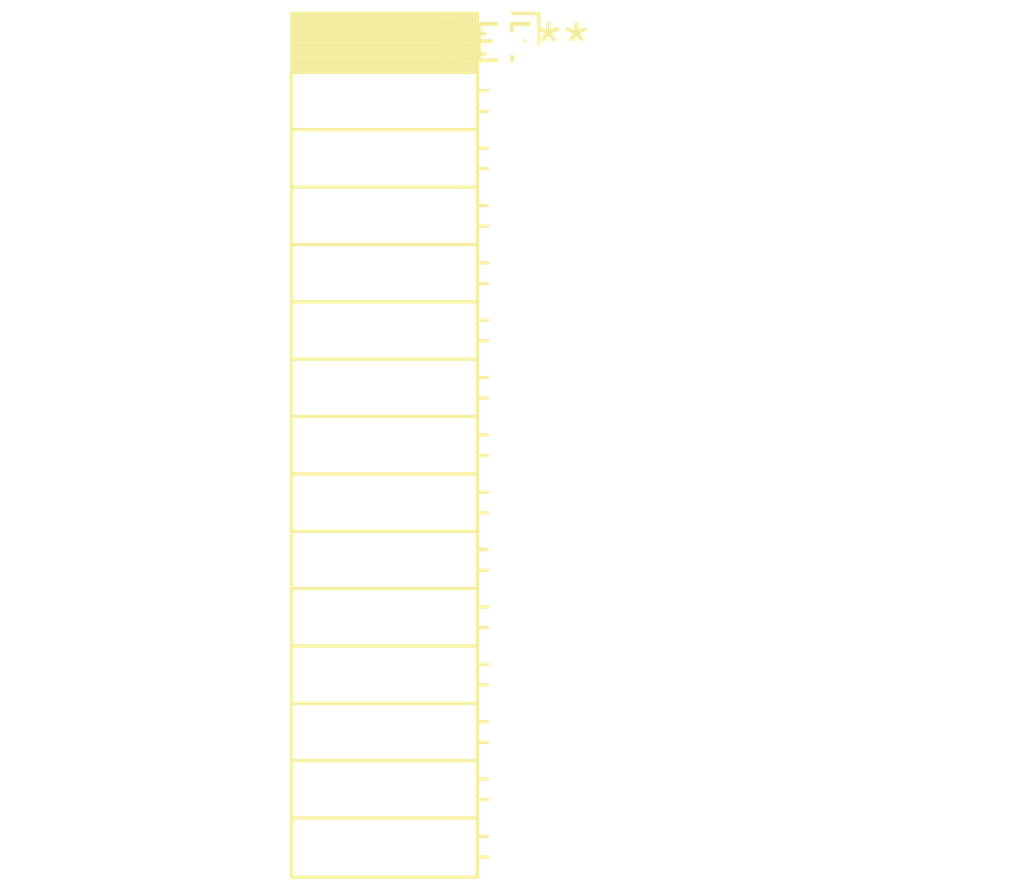
<source format=kicad_pcb>
(kicad_pcb (version 20240108) (generator pcbnew)
  (layers (0 "F.Cu" signal) (31 "B.Cu" signal) (34 "B.Paste" user) (35 "F.Paste" user) (36 "B.SilkS" user "B.Silkscreen") (37 "F.SilkS" user "F.Silkscreen") (38 "B.Mask" user) (39 "F.Mask" user) (44 "Edge.Cuts" user))
  (net 0 "")
  (footprint "PinSocket_1x15_P2.00mm_Horizontal" (layer "F.Cu") (at 0 0)
    (property "Reference" "REF**")
    (property "Value" "PinSocket_1x15_P2.00mm_Horizontal")
    (fp_line (start -7.68 -1.06) (end -7.68 29.06) (layer "F.SilkS") (stroke (width 0.12)))
    (fp_line (start -7.68 -1.06) (end -1.21 -1.06) (layer "F.SilkS") (stroke (width 0.12)))
    (fp_line (start -7.68 -0.94) (end -1.21 -0.94) (layer "F.SilkS") (stroke (width 0.12)))
    (fp_line (start -7.68 -0.825882) (end -1.21 -0.825882) (layer "F.SilkS") (stroke (width 0.12)))
    (fp_line (start -7.68 -0.711764) (end -1.21 -0.711764) (layer "F.SilkS") (stroke (width 0.12)))
    (fp_line (start -7.68 -0.597646) (end -1.21 -0.597646) (layer "F.SilkS") (stroke (width 0.12)))
    (fp_line (start -7.68 -0.483528) (end -1.21 -0.483528) (layer "F.SilkS") (stroke (width 0.12)))
    (fp_line (start -7.68 -0.36941) (end -1.21 -0.36941) (layer "F.SilkS") (stroke (width 0.12)))
    (fp_line (start -7.68 -0.255292) (end -1.21 -0.255292) (layer "F.SilkS") (stroke (width 0.12)))
    (fp_line (start -7.68 -0.141174) (end -1.21 -0.141174) (layer "F.SilkS") (stroke (width 0.12)))
    (fp_line (start -7.68 -0.027056) (end -1.21 -0.027056) (layer "F.SilkS") (stroke (width 0.12)))
    (fp_line (start -7.68 0.087062) (end -1.21 0.087062) (layer "F.SilkS") (stroke (width 0.12)))
    (fp_line (start -7.68 0.20118) (end -1.21 0.20118) (layer "F.SilkS") (stroke (width 0.12)))
    (fp_line (start -7.68 0.315298) (end -1.21 0.315298) (layer "F.SilkS") (stroke (width 0.12)))
    (fp_line (start -7.68 0.429416) (end -1.21 0.429416) (layer "F.SilkS") (stroke (width 0.12)))
    (fp_line (start -7.68 0.543534) (end -1.21 0.543534) (layer "F.SilkS") (stroke (width 0.12)))
    (fp_line (start -7.68 0.657652) (end -1.21 0.657652) (layer "F.SilkS") (stroke (width 0.12)))
    (fp_line (start -7.68 0.77177) (end -1.21 0.77177) (layer "F.SilkS") (stroke (width 0.12)))
    (fp_line (start -7.68 0.885888) (end -1.21 0.885888) (layer "F.SilkS") (stroke (width 0.12)))
    (fp_line (start -7.68 1) (end -1.21 1) (layer "F.SilkS") (stroke (width 0.12)))
    (fp_line (start -7.68 3) (end -1.21 3) (layer "F.SilkS") (stroke (width 0.12)))
    (fp_line (start -7.68 5) (end -1.21 5) (layer "F.SilkS") (stroke (width 0.12)))
    (fp_line (start -7.68 7) (end -1.21 7) (layer "F.SilkS") (stroke (width 0.12)))
    (fp_line (start -7.68 9) (end -1.21 9) (layer "F.SilkS") (stroke (width 0.12)))
    (fp_line (start -7.68 11) (end -1.21 11) (layer "F.SilkS") (stroke (width 0.12)))
    (fp_line (start -7.68 13) (end -1.21 13) (layer "F.SilkS") (stroke (width 0.12)))
    (fp_line (start -7.68 15) (end -1.21 15) (layer "F.SilkS") (stroke (width 0.12)))
    (fp_line (start -7.68 17) (end -1.21 17) (layer "F.SilkS") (stroke (width 0.12)))
    (fp_line (start -7.68 19) (end -1.21 19) (layer "F.SilkS") (stroke (width 0.12)))
    (fp_line (start -7.68 21) (end -1.21 21) (layer "F.SilkS") (stroke (width 0.12)))
    (fp_line (start -7.68 23) (end -1.21 23) (layer "F.SilkS") (stroke (width 0.12)))
    (fp_line (start -7.68 25) (end -1.21 25) (layer "F.SilkS") (stroke (width 0.12)))
    (fp_line (start -7.68 27) (end -1.21 27) (layer "F.SilkS") (stroke (width 0.12)))
    (fp_line (start -7.68 29.06) (end -1.21 29.06) (layer "F.SilkS") (stroke (width 0.12)))
    (fp_line (start -1.21 -1.06) (end -1.21 29.06) (layer "F.SilkS") (stroke (width 0.12)))
    (fp_line (start -1.21 -0.36) (end -0.935 -0.36) (layer "F.SilkS") (stroke (width 0.12)))
    (fp_line (start -1.21 0.36) (end -0.935 0.36) (layer "F.SilkS") (stroke (width 0.12)))
    (fp_line (start -1.21 1.64) (end -0.862917 1.64) (layer "F.SilkS") (stroke (width 0.12)))
    (fp_line (start -1.21 2.36) (end -0.862917 2.36) (layer "F.SilkS") (stroke (width 0.12)))
    (fp_line (start -1.21 3.64) (end -0.862917 3.64) (layer "F.SilkS") (stroke (width 0.12)))
    (fp_line (start -1.21 4.36) (end -0.862917 4.36) (layer "F.SilkS") (stroke (width 0.12)))
    (fp_line (start -1.21 5.64) (end -0.862917 5.64) (layer "F.SilkS") (stroke (width 0.12)))
    (fp_line (start -1.21 6.36) (end -0.862917 6.36) (layer "F.SilkS") (stroke (width 0.12)))
    (fp_line (start -1.21 7.64) (end -0.862917 7.64) (layer "F.SilkS") (stroke (width 0.12)))
    (fp_line (start -1.21 8.36) (end -0.862917 8.36) (layer "F.SilkS") (stroke (width 0.12)))
    (fp_line (start -1.21 9.64) (end -0.862917 9.64) (layer "F.SilkS") (stroke (width 0.12)))
    (fp_line (start -1.21 10.36) (end -0.862917 10.36) (layer "F.SilkS") (stroke (width 0.12)))
    (fp_line (start -1.21 11.64) (end -0.862917 11.64) (layer "F.SilkS") (stroke (width 0.12)))
    (fp_line (start -1.21 12.36) (end -0.862917 12.36) (layer "F.SilkS") (stroke (width 0.12)))
    (fp_line (start -1.21 13.64) (end -0.862917 13.64) (layer "F.SilkS") (stroke (width 0.12)))
    (fp_line (start -1.21 14.36) (end -0.862917 14.36) (layer "F.SilkS") (stroke (width 0.12)))
    (fp_line (start -1.21 15.64) (end -0.862917 15.64) (layer "F.SilkS") (stroke (width 0.12)))
    (fp_line (start -1.21 16.36) (end -0.862917 16.36) (layer "F.SilkS") (stroke (width 0.12)))
    (fp_line (start -1.21 17.64) (end -0.862917 17.64) (layer "F.SilkS") (stroke (width 0.12)))
    (fp_line (start -1.21 18.36) (end -0.862917 18.36) (layer "F.SilkS") (stroke (width 0.12)))
    (fp_line (start -1.21 19.64) (end -0.862917 19.64) (layer "F.SilkS") (stroke (width 0.12)))
    (fp_line (start -1.21 20.36) (end -0.862917 20.36) (layer "F.SilkS") (stroke (width 0.12)))
    (fp_line (start -1.21 21.64) (end -0.862917 21.64) (layer "F.SilkS") (stroke (width 0.12)))
    (fp_line (start -1.21 22.36) (end -0.862917 22.36) (layer "F.SilkS") (stroke (width 0.12)))
    (fp_line (start -1.21 23.64) (end -0.862917 23.64) (layer "F.SilkS") (stroke (width 0.12)))
    (fp_line (start -1.21 24.36) (end -0.862917 24.36) (layer "F.SilkS") (stroke (width 0.12)))
    (fp_line (start -1.21 25.64) (end -0.862917 25.64) (layer "F.SilkS") (stroke (width 0.12)))
    (fp_line (start -1.21 26.36) (end -0.862917 26.36) (layer "F.SilkS") (stroke (width 0.12)))
    (fp_line (start -1.21 27.64) (end -0.862917 27.64) (layer "F.SilkS") (stroke (width 0.12)))
    (fp_line (start -1.21 28.36) (end -0.862917 28.36) (layer "F.SilkS") (stroke (width 0.12)))
    (fp_line (start 0 -1.06) (end 0.935 -1.06) (layer "F.SilkS") (stroke (width 0.12)))
    (fp_line (start 0.935 -1.06) (end 0.935 0) (layer "F.SilkS") (stroke (width 0.12)))
    (pad "1" thru_hole rect (at 0 0) (size 1.35 1.35) (drill 0.8) (layers *.Cu *.Mask) (remove_unused_layers))
    (pad "2" thru_hole oval (at 0 2) (size 1.35 1.35) (drill 0.8) (layers *.Cu *.Mask) (remove_unused_layers))
    (pad "3" thru_hole oval (at 0 4) (size 1.35 1.35) (drill 0.8) (layers *.Cu *.Mask) (remove_unused_layers))
    (pad "4" thru_hole oval (at 0 6) (size 1.35 1.35) (drill 0.8) (layers *.Cu *.Mask) (remove_unused_layers))
    (pad "5" thru_hole oval (at 0 8) (size 1.35 1.35) (drill 0.8) (layers *.Cu *.Mask) (remove_unused_layers))
    (pad "6" thru_hole oval (at 0 10) (size 1.35 1.35) (drill 0.8) (layers *.Cu *.Mask) (remove_unused_layers))
    (pad "7" thru_hole oval (at 0 12) (size 1.35 1.35) (drill 0.8) (layers *.Cu *.Mask) (remove_unused_layers))
    (pad "8" thru_hole oval (at 0 14) (size 1.35 1.35) (drill 0.8) (layers *.Cu *.Mask) (remove_unused_layers))
    (pad "9" thru_hole oval (at 0 16) (size 1.35 1.35) (drill 0.8) (layers *.Cu *.Mask) (remove_unused_layers))
    (pad "10" thru_hole oval (at 0 18) (size 1.35 1.35) (drill 0.8) (layers *.Cu *.Mask) (remove_unused_layers))
    (pad "11" thru_hole oval (at 0 20) (size 1.35 1.35) (drill 0.8) (layers *.Cu *.Mask) (remove_unused_layers))
    (pad "12" thru_hole oval (at 0 22) (size 1.35 1.35) (drill 0.8) (layers *.Cu *.Mask) (remove_unused_layers))
    (pad "13" thru_hole oval (at 0 24) (size 1.35 1.35) (drill 0.8) (layers *.Cu *.Mask) (remove_unused_layers))
    (pad "14" thru_hole oval (at 0 26) (size 1.35 1.35) (drill 0.8) (layers *.Cu *.Mask) (remove_unused_layers))
    (pad "15" thru_hole oval (at 0 28) (size 1.35 1.35) (drill 0.8) (layers *.Cu *.Mask) (remove_unused_layers))
  )
)
</source>
